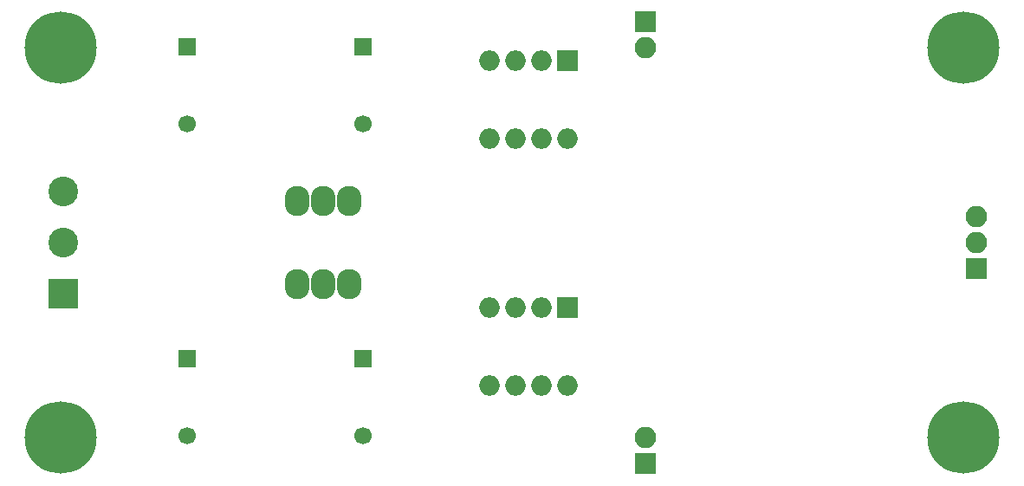
<source format=gbr>
G04 #@! TF.FileFunction,Soldermask,Bot*
%FSLAX46Y46*%
G04 Gerber Fmt 4.6, Leading zero omitted, Abs format (unit mm)*
G04 Created by KiCad (PCBNEW 4.0.5-e0-6337~49~ubuntu15.04.1) date Thu Oct 26 21:54:15 2017*
%MOMM*%
%LPD*%
G01*
G04 APERTURE LIST*
%ADD10C,0.100000*%
%ADD11R,2.100000X2.100000*%
%ADD12O,2.100000X2.100000*%
%ADD13C,7.050000*%
%ADD14R,2.000000X2.000000*%
%ADD15O,2.000000X2.000000*%
%ADD16R,1.700000X1.700000*%
%ADD17C,1.700000*%
%ADD18O,2.432000X2.940000*%
%ADD19C,2.900000*%
%ADD20R,2.900000X2.900000*%
G04 APERTURE END LIST*
D10*
D11*
X151765000Y-53340000D03*
D12*
X151765000Y-50800000D03*
X151765000Y-48260000D03*
D13*
X150495000Y-31750000D03*
X150495000Y-69850000D03*
D14*
X111760000Y-57150000D03*
D15*
X104140000Y-64770000D03*
X109220000Y-57150000D03*
X106680000Y-64770000D03*
X106680000Y-57150000D03*
X109220000Y-64770000D03*
X104140000Y-57150000D03*
X111760000Y-64770000D03*
D16*
X74649451Y-62162033D03*
D17*
X74649451Y-69662033D03*
D16*
X91794451Y-31682033D03*
D17*
X91794451Y-39182033D03*
D16*
X91794451Y-62162033D03*
D17*
X91794451Y-69662033D03*
D16*
X74649451Y-31682033D03*
D17*
X74649451Y-39182033D03*
D18*
X87884000Y-54864000D03*
X90424000Y-54864000D03*
X85344000Y-54864000D03*
X87884000Y-46736000D03*
X85344000Y-46736000D03*
X90424000Y-46736000D03*
D19*
X62484000Y-45800000D03*
D20*
X62484000Y-55800000D03*
D19*
X62484000Y-50800000D03*
D14*
X111760000Y-33020000D03*
D15*
X104140000Y-40640000D03*
X109220000Y-33020000D03*
X106680000Y-40640000D03*
X106680000Y-33020000D03*
X109220000Y-40640000D03*
X104140000Y-33020000D03*
X111760000Y-40640000D03*
D13*
X62230000Y-31750000D03*
X62230000Y-69850000D03*
D11*
X119380000Y-29210000D03*
D12*
X119380000Y-31750000D03*
D11*
X119380000Y-72390000D03*
D12*
X119380000Y-69850000D03*
M02*

</source>
